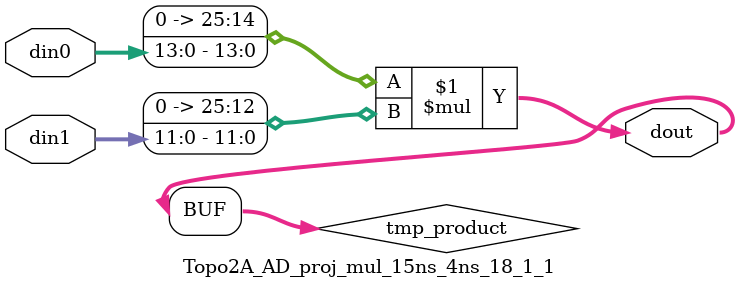
<source format=v>

`timescale 1 ns / 1 ps

 (* use_dsp = "no" *)  module Topo2A_AD_proj_mul_15ns_4ns_18_1_1(din0, din1, dout);
parameter ID = 1;
parameter NUM_STAGE = 0;
parameter din0_WIDTH = 14;
parameter din1_WIDTH = 12;
parameter dout_WIDTH = 26;

input [din0_WIDTH - 1 : 0] din0; 
input [din1_WIDTH - 1 : 0] din1; 
output [dout_WIDTH - 1 : 0] dout;

wire signed [dout_WIDTH - 1 : 0] tmp_product;
























assign tmp_product = $signed({1'b0, din0}) * $signed({1'b0, din1});











assign dout = tmp_product;





















endmodule

</source>
